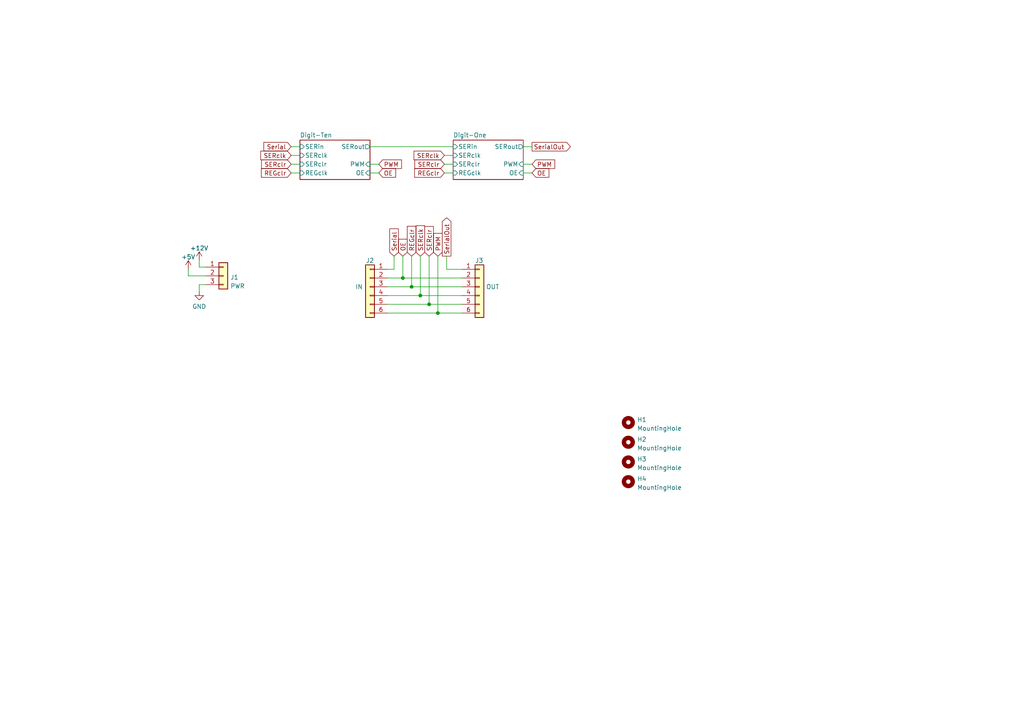
<source format=kicad_sch>
(kicad_sch (version 20211123) (generator eeschema)
  (paper "A4")
  (lib_symbols
    (symbol "Connector_Generic:Conn_01x03" (pin_names (offset 1.016) hide)
      (property "Reference" "J" (at 0 5.08 0))
      (property "Value" "Conn_01x03" (at 0 -5.08 0))
      (symbol "Conn_01x03_1_1"
        (rectangle (start -1.27 -2.413) (end 0 -2.667) (stroke (width 0.1524)))
        (rectangle (start -1.27 0.127) (end 0 -0.127) (stroke (width 0.1524)))
        (rectangle (start -1.27 2.667) (end 0 2.413) (stroke (width 0.1524)))
        (rectangle (start -1.27 3.81) (end 1.27 -3.81) (stroke (width 0.254)) (fill (type background)))
        (pin passive line (at -5.08 2.54 0) (length 3.81) (name "Pin_1") (number "1"))
        (pin passive line (at -5.08 0 0) (length 3.81) (name "Pin_2") (number "2"))
        (pin passive line (at -5.08 -2.54 0) (length 3.81) (name "Pin_3") (number "3"))
      )
    )
    (symbol "Connector_Generic:Conn_01x06" (pin_names (offset 1.016) hide)
      (property "Reference" "J" (at 0 7.62 0))
      (property "Value" "Conn_01x06" (at 0 -10.16 0))
      (symbol "Conn_01x06_1_1"
        (rectangle (start -1.27 -7.493) (end 0 -7.747) (stroke (width 0.1524)))
        (rectangle (start -1.27 -4.953) (end 0 -5.207) (stroke (width 0.1524)))
        (rectangle (start -1.27 -2.413) (end 0 -2.667) (stroke (width 0.1524)))
        (rectangle (start -1.27 0.127) (end 0 -0.127) (stroke (width 0.1524)))
        (rectangle (start -1.27 2.667) (end 0 2.413) (stroke (width 0.1524)))
        (rectangle (start -1.27 5.207) (end 0 4.953) (stroke (width 0.1524)))
        (rectangle (start -1.27 6.35) (end 1.27 -8.89) (stroke (width 0.254)) (fill (type background)))
        (pin passive line (at -5.08 5.08 0) (length 3.81) (name "Pin_1") (number "1"))
        (pin passive line (at -5.08 2.54 0) (length 3.81) (name "Pin_2") (number "2"))
        (pin passive line (at -5.08 0 0) (length 3.81) (name "Pin_3") (number "3"))
        (pin passive line (at -5.08 -2.54 0) (length 3.81) (name "Pin_4") (number "4"))
        (pin passive line (at -5.08 -5.08 0) (length 3.81) (name "Pin_5") (number "5"))
        (pin passive line (at -5.08 -7.62 0) (length 3.81) (name "Pin_6") (number "6"))
      )
    )
    (symbol "Mechanical:MountingHole" (pin_names (offset 1.016))
      (property "Reference" "H" (at 0 5.08 0))
      (property "Value" "MountingHole" (at 0 3.175 0))
      (symbol "MountingHole_0_1"
        (circle (center 0 0) (radius 1.27) (stroke (width 1.27)))
      )
    )
    (symbol "power:+12V" (power) (pin_names (offset 0))
      (property "Value" "+12V" (at 0 3.556 0))
      (symbol "+12V_0_1"
        (polyline (pts (xy -0.762 1.27) (xy 0 2.54)))
        (polyline (pts (xy 0 0) (xy 0 2.54)))
        (polyline (pts (xy 0 2.54) (xy 0.762 1.27)))
      )
      (symbol "+12V_1_1"
        (pin power_in line (at 0 0 90) (length 0) hide (name "+12V") (number "1"))
      )
    )
    (symbol "power:+5V" (power) (pin_names (offset 0))
      (property "Value" "+5V" (at 0 3.556 0))
      (symbol "+5V_0_1"
        (polyline (pts (xy -0.762 1.27) (xy 0 2.54)))
        (polyline (pts (xy 0 0) (xy 0 2.54)))
        (polyline (pts (xy 0 2.54) (xy 0.762 1.27)))
      )
      (symbol "+5V_1_1"
        (pin power_in line (at 0 0 90) (length 0) hide (name "+5V") (number "1"))
      )
    )
    (symbol "power:GND" (power) (pin_names (offset 0))
      (property "Value" "GND" (at 0 -3.81 0))
      (symbol "GND_0_1"
        (polyline (pts (xy 0 0) (xy 0 -1.27) (xy 1.27 -1.27) (xy 0 -2.54) (xy -1.27 -1.27) (xy 0 -1.27)))
      )
      (symbol "GND_1_1"
        (pin power_in line (at 0 0 270) (length 0) hide (name "GND") (number "1"))
      )
    )
  )
  (junction (at 116.84 80.645))
  (junction (at 124.46 88.265))
  (junction (at 127 90.805))
  (junction (at 121.92 85.725))
  (junction (at 119.38 83.185))
  (wire (pts (xy 84.455 47.625) (xy 86.995 47.625)))
  (wire (pts (xy 84.455 50.165) (xy 86.995 50.165)))
  (wire (pts (xy 129.54 78.105) (xy 133.985 78.105)))
  (wire (pts (xy 128.905 47.625) (xy 131.445 47.625)))
  (wire (pts (xy 121.92 74.295) (xy 121.92 85.725)))
  (wire (pts (xy 112.395 90.805) (xy 127 90.805)))
  (wire (pts (xy 107.315 42.545) (xy 131.445 42.545)))
  (wire (pts (xy 112.395 88.265) (xy 124.46 88.265)))
  (wire (pts (xy 112.395 80.645) (xy 116.84 80.645)))
  (wire (pts (xy 57.785 75.565) (xy 57.785 77.47)))
  (wire (pts (xy 54.61 80.01) (xy 54.61 78.105)))
  (wire (pts (xy 119.38 74.295) (xy 119.38 83.185)))
  (wire (pts (xy 121.92 85.725) (xy 133.985 85.725)))
  (wire (pts (xy 119.38 83.185) (xy 133.985 83.185)))
  (wire (pts (xy 112.395 83.185) (xy 119.38 83.185)))
  (wire (pts (xy 151.765 47.625) (xy 154.305 47.625)))
  (wire (pts (xy 109.855 50.165) (xy 107.315 50.165)))
  (wire (pts (xy 129.54 74.295) (xy 129.54 78.105)))
  (wire (pts (xy 84.455 42.545) (xy 86.995 42.545)))
  (wire (pts (xy 154.305 50.165) (xy 151.765 50.165)))
  (wire (pts (xy 128.905 45.085) (xy 131.445 45.085)))
  (wire (pts (xy 57.785 82.55) (xy 57.785 84.455)))
  (wire (pts (xy 151.765 42.545) (xy 154.305 42.545)))
  (wire (pts (xy 59.69 82.55) (xy 57.785 82.55)))
  (wire (pts (xy 57.785 77.47) (xy 59.69 77.47)))
  (wire (pts (xy 116.84 80.645) (xy 133.985 80.645)))
  (wire (pts (xy 127 74.295) (xy 127 90.805)))
  (wire (pts (xy 114.3 78.105) (xy 114.3 74.295)))
  (wire (pts (xy 124.46 74.295) (xy 124.46 88.265)))
  (wire (pts (xy 124.46 88.265) (xy 133.985 88.265)))
  (wire (pts (xy 116.84 74.295) (xy 116.84 80.645)))
  (wire (pts (xy 127 90.805) (xy 133.985 90.805)))
  (wire (pts (xy 112.395 78.105) (xy 114.3 78.105)))
  (wire (pts (xy 84.455 45.085) (xy 86.995 45.085)))
  (wire (pts (xy 112.395 85.725) (xy 121.92 85.725)))
  (wire (pts (xy 128.905 50.165) (xy 131.445 50.165)))
  (wire (pts (xy 59.69 80.01) (xy 54.61 80.01)))
  (wire (pts (xy 107.315 47.625) (xy 109.855 47.625)))
  (global_label "SERclk" (shape input) (at 121.92 74.295 90) (property "Intersheet References" "${INTERSHEET_REFS}" (effects hide)))
  (global_label "OE" (shape input) (at 154.305 50.165 0) (property "Intersheet References" "${INTERSHEET_REFS}" (effects hide)))
  (global_label "SerialOut" (shape output) (at 129.54 74.295 90) (property "Intersheet References" "${INTERSHEET_REFS}" (effects hide)))
  (global_label "REGclr" (shape input) (at 84.455 50.165 180) (property "Intersheet References" "${INTERSHEET_REFS}" (effects hide)))
  (global_label "SERclk" (shape input) (at 128.905 45.085 180) (property "Intersheet References" "${INTERSHEET_REFS}" (effects hide)))
  (global_label "Serial" (shape input) (at 84.455 42.545 180) (property "Intersheet References" "${INTERSHEET_REFS}" (effects hide)))
  (global_label "SERclr" (shape input) (at 124.46 74.295 90) (property "Intersheet References" "${INTERSHEET_REFS}" (effects hide)))
  (global_label "REGclr" (shape input) (at 119.38 74.295 90) (property "Intersheet References" "${INTERSHEET_REFS}" (effects hide)))
  (global_label "SerialOut" (shape output) (at 154.305 42.545 0) (property "Intersheet References" "${INTERSHEET_REFS}" (effects hide)))
  (global_label "PWM" (shape input) (at 127 74.295 90) (property "Intersheet References" "${INTERSHEET_REFS}" (effects hide)))
  (global_label "Serial" (shape input) (at 114.3 74.295 90) (property "Intersheet References" "${INTERSHEET_REFS}" (effects hide)))
  (global_label "OE" (shape input) (at 116.84 74.295 90) (property "Intersheet References" "${INTERSHEET_REFS}" (effects hide)))
  (global_label "OE" (shape input) (at 109.855 50.165 0) (property "Intersheet References" "${INTERSHEET_REFS}" (effects hide)))
  (global_label "SERclr" (shape input) (at 84.455 47.625 180) (property "Intersheet References" "${INTERSHEET_REFS}" (effects hide)))
  (global_label "REGclr" (shape input) (at 128.905 50.165 180) (property "Intersheet References" "${INTERSHEET_REFS}" (effects hide)))
  (global_label "PWM" (shape input) (at 109.855 47.625 0) (property "Intersheet References" "${INTERSHEET_REFS}" (effects hide)))
  (global_label "SERclk" (shape input) (at 84.455 45.085 180) (property "Intersheet References" "${INTERSHEET_REFS}" (effects hide)))
  (global_label "PWM" (shape input) (at 154.305 47.625 0) (property "Intersheet References" "${INTERSHEET_REFS}" (effects hide)))
  (global_label "SERclr" (shape input) (at 128.905 47.625 180) (property "Intersheet References" "${INTERSHEET_REFS}" (effects hide)))
  (symbol (lib_id "Connector_Generic:Conn_01x06") (at 139.065 83.185 0) (unit 1)
    (property "Reference" "J3" (at 137.795 75.565 0) (effects (justify left)))
    (property "Value" "OUT" (at 140.97 83.185 0) (effects (justify left)))
    (property "Footprint" "Connector_PinSocket_1.27mm:PinSocket_1x06_P1.27mm_Vertical" (effects hide))
  )
  (symbol (lib_id "Mechanical:MountingHole") (at 182.245 122.555 0) (unit 1)
    (property "Reference" "H1" (at 184.785 121.7203 0) (effects (justify left)))
    (property "Value" "MountingHole" (at 184.785 124.2572 0) (effects (justify left)))
    (property "Footprint" "MountingHole:MountingHole_3.2mm_M3" (effects hide))
  )
  (symbol (lib_id "Connector_Generic:Conn_01x06") (at 107.315 83.185 0) (mirror y) (unit 1)
    (property "Reference" "J2" (at 107.315 75.565 0))
    (property "Value" "IN" (at 104.14 83.185 0))
    (property "Footprint" "Connector_PinSocket_1.27mm:PinSocket_1x06_P1.27mm_Vertical" (effects hide))
  )
  (symbol (lib_id "Mechanical:MountingHole") (at 182.245 128.27 0) (unit 1)
    (property "Reference" "H2" (at 184.785 127.4353 0) (effects (justify left)))
    (property "Value" "MountingHole" (at 184.785 129.9722 0) (effects (justify left)))
    (property "Footprint" "MountingHole:MountingHole_3.2mm_M3" (effects hide))
  )
  (symbol (lib_id "Mechanical:MountingHole") (at 182.245 139.7 0) (unit 1)
    (property "Reference" "H4" (at 184.785 138.8653 0) (effects (justify left)))
    (property "Value" "MountingHole" (at 184.785 141.4022 0) (effects (justify left)))
    (property "Footprint" "MountingHole:MountingHole_3.2mm_M3" (effects hide))
  )
  (symbol (lib_id "Mechanical:MountingHole") (at 182.245 133.985 0) (unit 1)
    (property "Reference" "H3" (at 184.785 133.1503 0) (effects (justify left)))
    (property "Value" "MountingHole" (at 184.785 135.6872 0) (effects (justify left)))
    (property "Footprint" "MountingHole:MountingHole_3.2mm_M3" (effects hide))
  )
  (symbol (lib_id "Connector_Generic:Conn_01x03") (at 64.77 80.01 0) (unit 1)
    (property "Reference" "J1" (at 66.802 80.4453 0) (effects (justify left)))
    (property "Value" "PWR" (at 66.802 82.9822 0) (effects (justify left)))
    (property "Footprint" "Connector_PinSocket_2.54mm:PinSocket_1x03_P2.54mm_Vertical" (effects hide))
  )
  (symbol (lib_id "power:GND") (at 57.785 84.455 0) (unit 1)
    (property "Reference" "#PWR051" (effects hide))
    (property "Value" "GND" (at 57.785 88.8984 0))
  )
  (symbol (lib_id "power:+5V") (at 54.61 78.105 0) (unit 1)
    (property "Reference" "#PWR049" (effects hide))
    (property "Value" "+5V" (at 54.61 74.5292 0))
  )
  (symbol (lib_id "power:+12V") (at 57.785 75.565 0) (unit 1)
    (property "Reference" "#PWR050" (effects hide))
    (property "Value" "+12V" (at 57.785 71.9892 0))
  )
  (sheet (at 131.445 40.64) (size 20.32 11.43) (stroke (width 0.1524))
    (property "Sheet name" "Digit-One" (at 131.445 39.9284 0) (effects (justify left bottom)))
    (property "Sheet file" "timer-display-digit.kicad_sch" (effects hide))
    (pin "PWM" input (at 151.765 47.625 0))
    (pin "REGclk" input (at 131.445 50.165 180))
    (pin "OE" input (at 151.765 50.165 0))
    (pin "SERin" input (at 131.445 42.545 180))
    (pin "SERclk" input (at 131.445 45.085 180))
    (pin "SERclr" input (at 131.445 47.625 180))
    (pin "SERout" output (at 151.765 42.545 0))
  )
  (sheet (at 86.995 40.64) (size 20.32 11.43) (stroke (width 0.1524))
    (property "Sheet name" "Digit-Ten" (at 86.995 39.9284 0) (effects (justify left bottom)))
    (property "Sheet file" "timer-display-digit.kicad_sch" (effects hide))
    (pin "PWM" input (at 107.315 47.625 0))
    (pin "REGclk" input (at 86.995 50.165 180))
    (pin "OE" input (at 107.315 50.165 0))
    (pin "SERin" input (at 86.995 42.545 180))
    (pin "SERclk" input (at 86.995 45.085 180))
    (pin "SERclr" input (at 86.995 47.625 180))
    (pin "SERout" output (at 107.315 42.545 0))
  )
)
</source>
